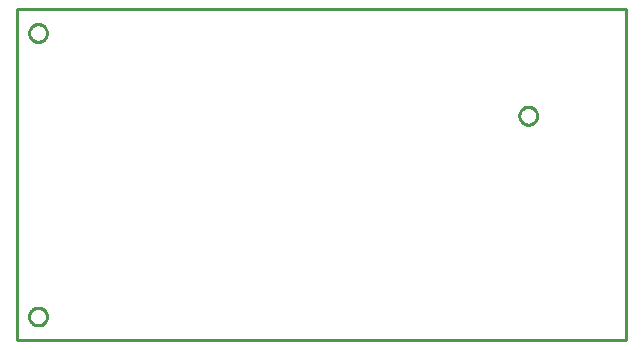
<source format=gbr>
G04 EAGLE Gerber RS-274X export*
G75*
%MOMM*%
%FSLAX34Y34*%
%LPD*%
%IN*%
%IPPOS*%
%AMOC8*
5,1,8,0,0,1.08239X$1,22.5*%
G01*
%ADD10C,0.254000*%


D10*
X12000Y10000D02*
X528000Y10000D01*
X528000Y290000D01*
X12000Y290000D01*
X12000Y10000D01*
X452500Y199632D02*
X452428Y198898D01*
X452284Y198175D01*
X452070Y197470D01*
X451788Y196789D01*
X451441Y196140D01*
X451031Y195527D01*
X450564Y194957D01*
X450043Y194436D01*
X449473Y193969D01*
X448860Y193559D01*
X448211Y193212D01*
X447530Y192930D01*
X446825Y192716D01*
X446102Y192572D01*
X445368Y192500D01*
X444632Y192500D01*
X443898Y192572D01*
X443175Y192716D01*
X442470Y192930D01*
X441789Y193212D01*
X441140Y193559D01*
X440527Y193969D01*
X439957Y194436D01*
X439436Y194957D01*
X438969Y195527D01*
X438559Y196140D01*
X438212Y196789D01*
X437930Y197470D01*
X437716Y198175D01*
X437572Y198898D01*
X437500Y199632D01*
X437500Y200368D01*
X437572Y201102D01*
X437716Y201825D01*
X437930Y202530D01*
X438212Y203211D01*
X438559Y203860D01*
X438969Y204473D01*
X439436Y205043D01*
X439957Y205564D01*
X440527Y206031D01*
X441140Y206441D01*
X441789Y206788D01*
X442470Y207070D01*
X443175Y207284D01*
X443898Y207428D01*
X444632Y207500D01*
X445368Y207500D01*
X446102Y207428D01*
X446825Y207284D01*
X447530Y207070D01*
X448211Y206788D01*
X448860Y206441D01*
X449473Y206031D01*
X450043Y205564D01*
X450564Y205043D01*
X451031Y204473D01*
X451441Y203860D01*
X451788Y203211D01*
X452070Y202530D01*
X452284Y201825D01*
X452428Y201102D01*
X452500Y200368D01*
X452500Y199632D01*
X37500Y269632D02*
X37428Y268898D01*
X37284Y268175D01*
X37070Y267470D01*
X36788Y266789D01*
X36441Y266140D01*
X36031Y265527D01*
X35564Y264957D01*
X35043Y264436D01*
X34473Y263969D01*
X33860Y263559D01*
X33211Y263212D01*
X32530Y262930D01*
X31825Y262716D01*
X31102Y262572D01*
X30368Y262500D01*
X29632Y262500D01*
X28898Y262572D01*
X28175Y262716D01*
X27470Y262930D01*
X26789Y263212D01*
X26140Y263559D01*
X25527Y263969D01*
X24957Y264436D01*
X24436Y264957D01*
X23969Y265527D01*
X23559Y266140D01*
X23212Y266789D01*
X22930Y267470D01*
X22716Y268175D01*
X22572Y268898D01*
X22500Y269632D01*
X22500Y270368D01*
X22572Y271102D01*
X22716Y271825D01*
X22930Y272530D01*
X23212Y273211D01*
X23559Y273860D01*
X23969Y274473D01*
X24436Y275043D01*
X24957Y275564D01*
X25527Y276031D01*
X26140Y276441D01*
X26789Y276788D01*
X27470Y277070D01*
X28175Y277284D01*
X28898Y277428D01*
X29632Y277500D01*
X30368Y277500D01*
X31102Y277428D01*
X31825Y277284D01*
X32530Y277070D01*
X33211Y276788D01*
X33860Y276441D01*
X34473Y276031D01*
X35043Y275564D01*
X35564Y275043D01*
X36031Y274473D01*
X36441Y273860D01*
X36788Y273211D01*
X37070Y272530D01*
X37284Y271825D01*
X37428Y271102D01*
X37500Y270368D01*
X37500Y269632D01*
X37500Y29632D02*
X37428Y28898D01*
X37284Y28175D01*
X37070Y27470D01*
X36788Y26789D01*
X36441Y26140D01*
X36031Y25527D01*
X35564Y24957D01*
X35043Y24436D01*
X34473Y23969D01*
X33860Y23559D01*
X33211Y23212D01*
X32530Y22930D01*
X31825Y22716D01*
X31102Y22572D01*
X30368Y22500D01*
X29632Y22500D01*
X28898Y22572D01*
X28175Y22716D01*
X27470Y22930D01*
X26789Y23212D01*
X26140Y23559D01*
X25527Y23969D01*
X24957Y24436D01*
X24436Y24957D01*
X23969Y25527D01*
X23559Y26140D01*
X23212Y26789D01*
X22930Y27470D01*
X22716Y28175D01*
X22572Y28898D01*
X22500Y29632D01*
X22500Y30368D01*
X22572Y31102D01*
X22716Y31825D01*
X22930Y32530D01*
X23212Y33211D01*
X23559Y33860D01*
X23969Y34473D01*
X24436Y35043D01*
X24957Y35564D01*
X25527Y36031D01*
X26140Y36441D01*
X26789Y36788D01*
X27470Y37070D01*
X28175Y37284D01*
X28898Y37428D01*
X29632Y37500D01*
X30368Y37500D01*
X31102Y37428D01*
X31825Y37284D01*
X32530Y37070D01*
X33211Y36788D01*
X33860Y36441D01*
X34473Y36031D01*
X35043Y35564D01*
X35564Y35043D01*
X36031Y34473D01*
X36441Y33860D01*
X36788Y33211D01*
X37070Y32530D01*
X37284Y31825D01*
X37428Y31102D01*
X37500Y30368D01*
X37500Y29632D01*
M02*

</source>
